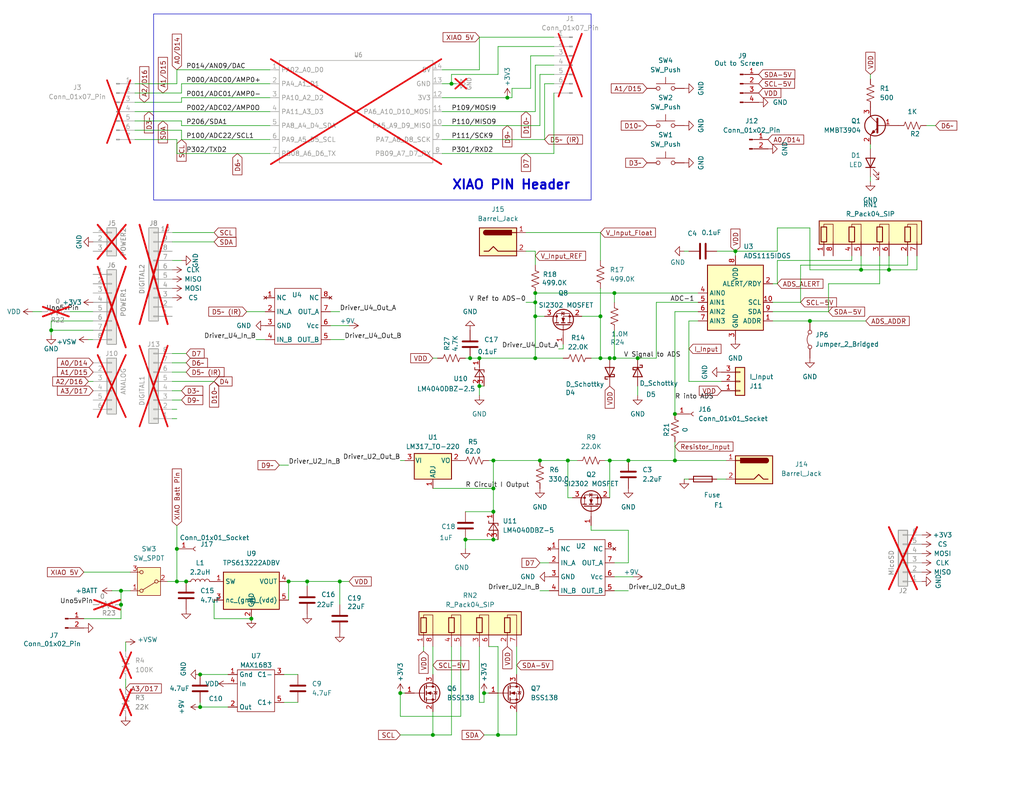
<source format=kicad_sch>
(kicad_sch (version 20250114) (generator "eeschema") (generator_version "9.0")
  (paper "USLetter")
  (title_block (title "Arduino Uno DMM Shield") (date "2025-02-22") (rev "1A") (company "Nick Mann"))
  (rectangle (start 41.91 3.81) (end 161.29 54.61))
  (text "XIAO PIN Header" (at 123.19 52.07 0) (effects (font (size 2.54 2.54) (bold yes)) (justify left bottom)))
  (junction (at 135.89 200.66))
  (junction (at 163.83 97.79))
  (junction (at 83.82 158.75))
  (junction (at 92.71 158.75))
  (junction (at 127 147.32))
  (junction (at 130.81 105.41))
  (junction (at 173.99 97.79))
  (junction (at 147.32 125.73))
  (junction (at 134.62 139.7))
  (junction (at 130.81 97.79))
  (junction (at 68.58 168.91))
  (junction (at 134.62 147.32))
  (junction (at 134.62 133.35))
  (junction (at 184.15 125.73))
  (junction (at 242.57 73.66))
  (junction (at 234.95 73.66))
  (junction (at 128.27 97.79))
  (junction (at 154.94 125.73))
  (junction (at 48.26 149.86))
  (junction (at 138.43 26.67))
  (junction (at 134.62 125.73))
  (junction (at 78.74 158.75))
  (junction (at 200.66 68.58))
  (junction (at 33.02 161.29))
  (junction (at 109.22 189.23))
  (junction (at 132.08 189.23))
  (junction (at 163.83 86.36))
  (junction (at 167.64 97.79))
  (junction (at 146.05 97.79))
  (junction (at 166.37 125.73))
  (junction (at 171.45 125.73))
  (junction (at 48.26 158.75))
  (junction (at 184.15 113.03))
  (junction (at 13.97 90.17))
  (junction (at 33.02 165.1))
  (junction (at 123.19 22.86))
  (junction (at 167.64 80.01))
  (junction (at 118.11 200.66))
  (junction (at 146.05 82.55))
  (junction (at 166.37 97.79))
  (junction (at 54.61 193.04))
  (junction (at 50.8 158.75))
  (junction (at 54.61 184.15))
  (junction (at 220.98 87.63))
  (junction (at 146.05 86.36))
  (junction (at 146.05 80.01))
  (wire (pts (xy 210.82 85.09) (xy 226.06 85.09)))
  (wire (pts (xy 83.82 158.75) (xy 83.82 160.02)))
  (wire (pts (xy 147.32 20.32) (xy 151.13 20.32)))
  (wire (pts (xy 48.26 22.86) (xy 48.26 19.05)))
  (wire (pts (xy 148.59 22.86) (xy 148.59 38.1)))
  (wire (pts (xy 237.49 48.26) (xy 237.49 49.53)))
  (wire (pts (xy 237.49 20.32) (xy 237.49 21.59)))
  (wire (pts (xy 46.99 96.52) (xy 50.8 96.52)))
  (wire (pts (xy 163.83 63.5) (xy 143.51 63.5)))
  (wire (pts (xy 120.65 38.1) (xy 148.59 38.1)))
  (wire (pts (xy 36.83 25.4) (xy 49.53 25.4)))
  (wire (pts (xy 110.49 189.23) (xy 109.22 189.23)))
  (wire (pts (xy 220.98 62.23) (xy 220.98 73.66)))
  (wire (pts (xy 140.97 200.66) (xy 140.97 194.31)))
  (wire (pts (xy 48.26 38.1) (xy 36.83 38.1)))
  (wire (pts (xy 34.29 175.26) (xy 34.29 177.8)))
  (wire (pts (xy 93.98 92.71) (xy 90.17 92.71)))
  (wire (pts (xy 139.7 24.13) (xy 144.78 24.13)))
  (wire (pts (xy 146.05 68.58) (xy 143.51 68.58)))
  (wire (pts (xy 135.89 200.66) (xy 140.97 200.66)))
  (wire (pts (xy 237.49 40.64) (xy 237.49 39.37)))
  (wire (pts (xy 13.97 90.17) (xy 13.97 91.44)))
  (wire (pts (xy 144.78 24.13) (xy 144.78 15.24)))
  (wire (pts (xy 123.19 22.86) (xy 123.19 20.32)))
  (wire (pts (xy 120.65 34.29) (xy 147.32 34.29)))
  (wire (pts (xy 133.35 189.23) (xy 132.08 189.23)))
  (wire (pts (xy 120.65 30.48) (xy 146.05 30.48)))
  (wire (pts (xy 22.86 168.91) (xy 33.02 168.91)))
  (wire (pts (xy 226.06 77.47) (xy 240.03 77.47)))
  (wire (pts (xy 46.99 66.04) (xy 58.42 66.04)))
  (wire (pts (xy 171.45 125.73) (xy 184.15 125.73)))
  (wire (pts (xy 46.99 99.06) (xy 50.8 99.06)))
  (wire (pts (xy 49.53 34.29) (xy 73.66 34.29)))
  (wire (pts (xy 13.97 90.17) (xy 25.4 90.17)))
  (wire (pts (xy 127 97.79) (xy 128.27 97.79)))
  (wire (pts (xy 140.97 176.53) (xy 140.97 184.15)))
  (wire (pts (xy 130.81 176.53) (xy 130.81 191.77)))
  (wire (pts (xy 120.65 19.05) (xy 130.81 19.05)))
  (wire (pts (xy 130.81 105.41) (xy 132.08 105.41)))
  (wire (pts (xy 161.29 144.78) (xy 161.29 143.51)))
  (wire (pts (xy 135.89 176.53) (xy 135.89 200.66)))
  (wire (pts (xy 54.61 184.15) (xy 62.23 184.15)))
  (wire (pts (xy 212.09 77.47) (xy 210.82 77.47)))
  (wire (pts (xy 118.11 133.35) (xy 134.62 133.35)))
  (wire (pts (xy 163.83 97.79) (xy 166.37 97.79)))
  (wire (pts (xy 130.81 107.95) (xy 130.81 105.41)))
  (wire (pts (xy 161.29 97.79) (xy 163.83 97.79)))
  (wire (pts (xy 49.53 22.86) (xy 73.66 22.86)))
  (wire (pts (xy 58.42 163.83) (xy 58.42 168.91)))
  (wire (pts (xy 173.99 97.79) (xy 179.07 97.79)))
  (wire (pts (xy 69.85 92.71) (xy 72.39 92.71)))
  (wire (pts (xy 138.43 26.67) (xy 120.65 26.67)))
  (wire (pts (xy 198.12 130.81) (xy 195.58 130.81)))
  (wire (pts (xy 33.02 165.1) (xy 33.02 161.29)))
  (wire (pts (xy 118.11 200.66) (xy 118.11 194.31)))
  (wire (pts (xy 242.57 73.66) (xy 242.57 69.85)))
  (wire (pts (xy 24.13 92.71) (xy 25.4 92.71)))
  (wire (pts (xy 187.96 87.63) (xy 187.96 104.14)))
  (wire (pts (xy 30.48 161.29) (xy 33.02 161.29)))
  (wire (pts (xy 49.53 25.4) (xy 49.53 22.86)))
  (wire (pts (xy 167.64 90.17) (xy 167.64 97.79)))
  (wire (pts (xy 148.59 22.86) (xy 151.13 22.86)))
  (wire (pts (xy 184.15 85.09) (xy 190.5 85.09)))
  (wire (pts (xy 48.26 158.75) (xy 50.8 158.75)))
  (wire (pts (xy 49.53 33.02) (xy 49.53 34.29)))
  (wire (pts (xy 212.09 68.58) (xy 212.09 62.23)))
  (wire (pts (xy 78.74 158.75) (xy 78.74 163.83)))
  (wire (pts (xy 163.83 86.36) (xy 163.83 97.79)))
  (wire (pts (xy 134.62 133.35) (xy 134.62 139.7)))
  (wire (pts (xy 143.51 82.55) (xy 146.05 82.55)))
  (wire (pts (xy 48.26 19.05) (xy 73.66 19.05)))
  (wire (pts (xy 58.42 168.91) (xy 68.58 168.91)))
  (wire (pts (xy 220.98 87.63) (xy 210.82 87.63)))
  (wire (pts (xy 200.66 68.58) (xy 200.66 69.85)))
  (wire (pts (xy 146.05 80.01) (xy 167.64 80.01)))
  (wire (pts (xy 46.99 101.6) (xy 50.8 101.6)))
  (wire (pts (xy 54.61 191.77) (xy 54.61 193.04)))
  (wire (pts (xy 48.26 149.86) (xy 48.26 158.75)))
  (wire (pts (xy 49.53 38.1) (xy 49.53 35.56)))
  (wire (pts (xy 184.15 120.65) (xy 184.15 125.73)))
  (wire (pts (xy 76.2 127) (xy 78.74 127)))
  (wire (pts (xy 173.99 105.41) (xy 173.99 107.95)))
  (wire (pts (xy 109.22 125.73) (xy 110.49 125.73)))
  (wire (pts (xy 166.37 97.79) (xy 167.64 97.79)))
  (wire (pts (xy 167.64 80.01) (xy 190.5 80.01)))
  (wire (pts (xy 250.19 69.85) (xy 250.19 73.66)))
  (wire (pts (xy 184.15 85.09) (xy 184.15 113.03)))
  (wire (pts (xy 200.66 68.58) (xy 195.58 68.58)))
  (wire (pts (xy 147.32 153.67) (xy 149.86 153.67)))
  (wire (pts (xy 90.17 85.09) (xy 92.71 85.09)))
  (wire (pts (xy 83.82 158.75) (xy 92.71 158.75)))
  (wire (pts (xy 13.97 87.63) (xy 13.97 90.17)))
  (wire (pts (xy 115.57 177.8) (xy 115.57 176.53)))
  (wire (pts (xy 186.69 130.81) (xy 187.96 130.81)))
  (wire (pts (xy 242.57 73.66) (xy 250.19 73.66)))
  (wire (pts (xy 92.71 158.75) (xy 95.25 158.75)))
  (wire (pts (xy 166.37 125.73) (xy 171.45 125.73)))
  (wire (pts (xy 146.05 30.48) (xy 146.05 17.78)))
  (wire (pts (xy 154.94 125.73) (xy 154.94 135.89)))
  (wire (pts (xy 153.67 95.25) (xy 153.67 93.98)))
  (wire (pts (xy 146.05 86.36) (xy 148.59 86.36)))
  (wire (pts (xy 125.73 176.53) (xy 125.73 195.58)))
  (wire (pts (xy 48.26 38.1) (xy 48.26 41.91)))
  (wire (pts (xy 92.71 158.75) (xy 92.71 165.1)))
  (wire (pts (xy 36.83 30.48) (xy 73.66 30.48)))
  (wire (pts (xy 77.47 184.15) (xy 81.28 184.15)))
  (wire (pts (xy 252.73 34.29) (xy 255.27 34.29)))
  (wire (pts (xy 54.61 193.04) (xy 62.23 193.04)))
  (wire (pts (xy 77.47 191.77) (xy 81.28 191.77)))
  (wire (pts (xy 139.7 26.67) (xy 138.43 26.67)))
  (wire (pts (xy 127 139.7) (xy 134.62 139.7)))
  (wire (pts (xy 196.85 104.14) (xy 187.96 104.14)))
  (wire (pts (xy 146.05 86.36) (xy 146.05 97.79)))
  (wire (pts (xy 132.08 200.66) (xy 135.89 200.66)))
  (wire (pts (xy 109.22 195.58) (xy 125.73 195.58)))
  (wire (pts (xy 130.81 10.16) (xy 130.81 19.05)))
  (wire (pts (xy 119.38 97.79) (xy 118.11 97.79)))
  (wire (pts (xy 187.96 68.58) (xy 186.69 68.58)))
  (wire (pts (xy 146.05 17.78) (xy 151.13 17.78)))
  (wire (pts (xy 120.65 22.86) (xy 123.19 22.86)))
  (wire (pts (xy 151.13 41.91) (xy 151.13 25.4)))
  (wire (pts (xy 167.64 82.55) (xy 167.64 80.01)))
  (wire (pts (xy 34.29 185.42) (xy 34.29 187.96)))
  (wire (pts (xy 187.96 87.63) (xy 190.5 87.63)))
  (wire (pts (xy 144.78 15.24) (xy 151.13 15.24)))
  (wire (pts (xy 48.26 143.51) (xy 48.26 149.86)))
  (wire (pts (xy 46.99 109.22) (xy 49.53 109.22)))
  (wire (pts (xy 46.99 114.3) (xy 48.26 114.3)))
  (wire (pts (xy 130.81 97.79) (xy 128.27 97.79)))
  (wire (pts (xy 123.19 20.32) (xy 135.89 20.32)))
  (wire (pts (xy 24.13 104.14) (xy 25.4 104.14)))
  (wire (pts (xy 154.94 125.73) (xy 147.32 125.73)))
  (wire (pts (xy 212.09 71.12) (xy 232.41 71.12)))
  (wire (pts (xy 49.53 38.1) (xy 73.66 38.1)))
  (wire (pts (xy 154.94 125.73) (xy 157.48 125.73)))
  (wire (pts (xy 179.07 82.55) (xy 179.07 97.79)))
  (wire (pts (xy 46.99 104.14) (xy 58.42 104.14)))
  (wire (pts (xy 46.99 111.76) (xy 48.26 111.76)))
  (wire (pts (xy 46.99 106.68) (xy 49.53 106.68)))
  (wire (pts (xy 48.26 41.91) (xy 73.66 41.91)))
  (wire (pts (xy 67.31 85.09) (xy 72.39 85.09)))
  (wire (pts (xy 133.35 176.53) (xy 135.89 176.53)))
  (wire (pts (xy 134.62 125.73) (xy 147.32 125.73)))
  (wire (pts (xy 130.81 10.16) (xy 151.13 10.16)))
  (wire (pts (xy 139.7 24.13) (xy 139.7 26.67)))
  (wire (pts (xy 218.44 72.39) (xy 247.65 72.39)))
  (wire (pts (xy 163.83 63.5) (xy 163.83 71.12)))
  (wire (pts (xy 33.02 168.91) (xy 33.02 165.1)))
  (wire (pts (xy 118.11 176.53) (xy 118.11 184.15)))
  (wire (pts (xy 118.11 200.66) (xy 109.22 200.66)))
  (wire (pts (xy 25.4 87.63) (xy 13.97 87.63)))
  (wire (pts (xy 158.75 86.36) (xy 163.83 86.36)))
  (wire (pts (xy 236.22 87.63) (xy 220.98 87.63)))
  (wire (pts (xy 46.99 71.12) (xy 49.53 71.12)))
  (wire (pts (xy 165.1 125.73) (xy 166.37 125.73)))
  (wire (pts (xy 146.05 80.01) (xy 146.05 82.55)))
  (wire (pts (xy 220.98 73.66) (xy 234.95 73.66)))
  (wire (pts (xy 120.65 41.91) (xy 151.13 41.91)))
  (wire (pts (xy 36.83 33.02) (xy 49.53 33.02)))
  (wire (pts (xy 49.53 26.67) (xy 73.66 26.67)))
  (wire (pts (xy 226.06 77.47) (xy 226.06 85.09)))
  (wire (pts (xy 161.29 144.78) (xy 171.45 144.78)))
  (wire (pts (xy 146.05 82.55) (xy 146.05 86.36)))
  (wire (pts (xy 49.53 27.94) (xy 49.53 26.67)))
  (wire (pts (xy 36.83 35.56) (xy 49.53 35.56)))
  (wire (pts (xy 22.86 156.21) (xy 35.56 156.21)))
  (wire (pts (xy 8.89 85.09) (xy 11.43 85.09)))
  (wire (pts (xy 127 147.32) (xy 134.62 147.32)))
  (wire (pts (xy 212.09 71.12) (xy 212.09 77.47)))
  (wire (pts (xy 109.22 189.23) (xy 109.22 195.58)))
  (wire (pts (xy 147.32 20.32) (xy 147.32 34.29)))
  (wire (pts (xy 234.95 69.85) (xy 234.95 73.66)))
  (wire (pts (xy 171.45 144.78) (xy 171.45 153.67)))
  (wire (pts (xy 154.94 135.89) (xy 156.21 135.89)))
  (wire (pts (xy 123.19 200.66) (xy 118.11 200.66)))
  (wire (pts (xy 167.64 97.79) (xy 173.99 97.79)))
  (wire (pts (xy 166.37 125.73) (xy 166.37 135.89)))
  (wire (pts (xy 179.07 82.55) (xy 190.5 82.55)))
  (wire (pts (xy 123.19 176.53) (xy 123.19 200.66)))
  (wire (pts (xy 146.05 68.58) (xy 146.05 72.39)))
  (wire (pts (xy 130.81 191.77) (xy 132.08 191.77)))
  (wire (pts (xy 19.05 85.09) (xy 25.4 85.09)))
  (wire (pts (xy 134.62 133.35) (xy 134.62 125.73)))
  (wire (pts (xy 45.72 158.75) (xy 48.26 158.75)))
  (wire (pts (xy 171.45 161.29) (xy 167.64 161.29)))
  (wire (pts (xy 135.89 20.32) (xy 135.89 12.7)))
  (wire (pts (xy 172.72 157.48) (xy 167.64 157.48)))
  (wire (pts (xy 171.45 153.67) (xy 167.64 153.67)))
  (wire (pts (xy 132.08 189.23) (xy 132.08 191.77)))
  (wire (pts (xy 146.05 97.79) (xy 153.67 97.79)))
  (wire (pts (xy 200.66 68.58) (xy 212.09 68.58)))
  (wire (pts (xy 78.74 158.75) (xy 83.82 158.75)))
  (wire (pts (xy 218.44 72.39) (xy 218.44 82.55)))
  (wire (pts (xy 135.89 12.7) (xy 151.13 12.7)))
  (wire (pts (xy 232.41 71.12) (xy 232.41 69.85)))
  (wire (pts (xy 247.65 72.39) (xy 247.65 69.85)))
  (wire (pts (xy 123.19 22.86) (xy 124.46 22.86)))
  (wire (pts (xy 163.83 78.74) (xy 163.83 86.36)))
  (wire (pts (xy 184.15 125.73) (xy 198.12 125.73)))
  (wire (pts (xy 130.81 97.79) (xy 146.05 97.79)))
  (wire (pts (xy 95.25 88.9) (xy 90.17 88.9)))
  (wire (pts (xy 134.62 147.32) (xy 135.89 147.32)))
  (wire (pts (xy 33.02 161.29) (xy 35.56 161.29)))
  (wire (pts (xy 212.09 62.23) (xy 220.98 62.23)))
  (wire (pts (xy 240.03 69.85) (xy 240.03 77.47)))
  (wire (pts (xy 210.82 82.55) (xy 218.44 82.55)))
  (wire (pts (xy 36.83 22.86) (xy 48.26 22.86)))
  (wire (pts (xy 127 149.86) (xy 127 147.32)))
  (wire (pts (xy 234.95 73.66) (xy 242.57 73.66)))
  (wire (pts (xy 152.4 95.25) (xy 153.67 95.25)))
  (wire (pts (xy 36.83 27.94) (xy 49.53 27.94)))
  (wire (pts (xy 46.99 63.5) (xy 58.42 63.5)))
  (wire (pts (xy 147.32 161.29) (xy 149.86 161.29)))
  (wire (pts (xy 134.62 125.73) (xy 133.35 125.73)))
  (label "P000{slash}ADC00{slash}AMP0+" (at 50.8 22.86 0))
  (label "P109{slash}MOSI9" (at 123.19 30.48 0))
  (label "R Circuit I Output" (at 127 133.35 0))
  (label "Driver_U4_Out_A" (at 92.71 85.09 0))
  (label "Driver_U2_Out_B" (at 109.22 125.73 180))
  (label "V Ref to ADS-0" (at 143.51 82.55 180))
  (label "Driver_U2_In_B" (at 78.74 127 0))
  (label "Driver_U4_Out_B" (at 93.98 92.71 0))
  (label "V Signal to ADS" (at 170.18 97.79 0))
  (label "R into ADS" (at 184.15 109.22 0))
  (label "P301{slash}RXD2" (at 123.19 41.91 0))
  (label "Driver_U2_Out_B" (at 171.45 161.29 0))
  (label "P302{slash}TXD2" (at 50.8 41.91 0))
  (label "ADC-1" (at 182.88 82.55 0))
  (label "P206{slash}SDA1" (at 50.8 34.29 0))
  (label "P100{slash}ADC22{slash}SCL1" (at 50.8 38.1 0))
  (label "P001{slash}ADC01{slash}AMP0-" (at 50.8 26.67 0))
  (label "P110{slash}MISO9" (at 123.19 34.29 0))
  (label "Uno5vPin" (at 25.4 165.1 180))
  (label "P111{slash}SCK9" (at 123.19 38.1 0))
  (label "Driver_U4_In_B" (at 69.85 92.71 180))
  (label "P014{slash}AN09{slash}DAC" (at 50.8 19.05 0))
  (label "Driver_U2_In_B" (at 147.32 161.29 180))
  (label "Driver_U4_Out_A" (at 152.4 95.25 180))
  (label "Uno5vPin" (at 21.59 85.09 180))
  (label "P002{slash}ADC02{slash}AMP0O" (at 50.8 30.48 0))
  (global_label "A0{slash}D14" (shape input) (at 25.4 99.06 180) (property "Intersheetrefs" "${INTERSHEET_REFS}" (effects (hide yes))))
  (global_label "I_Input" (shape input) (at 187.96 95.25 0) (property "Intersheetrefs" "${INTERSHEET_REFS}" (effects (hide yes))))
  (global_label "D5~ (IR)" (shape input) (at 67.31 85.09 180) (property "Intersheetrefs" "${INTERSHEET_REFS}" (effects (hide yes))))
  (global_label "VDD" (shape input) (at 207.01 25.4 0) (property "Intersheetrefs" "${INTERSHEET_REFS}" (effects (hide yes))))
  (global_label "VDD" (shape input) (at 115.57 177.8 270) (property "Intersheetrefs" "${INTERSHEET_REFS}" (effects (hide yes))))
  (global_label "SCL" (shape input) (at 49.53 38.1 270) (property "Intersheetrefs" "${INTERSHEET_REFS}" (effects (hide yes))))
  (global_label "A2{slash}D16" (shape input) (at 39.37 27.94 90) (property "Intersheetrefs" "${INTERSHEET_REFS}" (effects (hide yes))))
  (global_label "SDA" (shape input) (at 132.08 200.66 180) (property "Intersheetrefs" "${INTERSHEET_REFS}" (effects (hide yes))))
  (global_label "D9~" (shape input) (at 49.53 109.22 0) (property "Intersheetrefs" "${INTERSHEET_REFS}" (effects (hide yes))))
  (global_label "VDD" (shape input) (at 196.85 106.68 180) (property "Intersheetrefs" "${INTERSHEET_REFS}" (effects (hide yes))))
  (global_label "XIAO 5V" (shape input) (at 22.86 156.21 180) (property "Intersheetrefs" "${INTERSHEET_REFS}" (effects (hide yes))))
  (global_label "D6~" (shape input) (at 50.8 99.06 0) (property "Intersheetrefs" "${INTERSHEET_REFS}" (effects (hide yes))))
  (global_label "ADS_ALERT" (shape input) (at 212.09 77.47 0) (property "Intersheetrefs" "${INTERSHEET_REFS}" (effects (hide yes))))
  (global_label "A0{slash}D14" (shape input) (at 48.26 19.05 90) (property "Intersheetrefs" "${INTERSHEET_REFS}" (effects (hide yes))))
  (global_label "D7" (shape input) (at 143.51 41.91 270) (property "Intersheetrefs" "${INTERSHEET_REFS}" (effects (hide yes))))
  (global_label "XIAO 5V" (shape input) (at 130.81 10.16 180) (property "Intersheetrefs" "${INTERSHEET_REFS}" (effects (hide yes))))
  (global_label "A2{slash}D16" (shape input) (at 24.13 104.14 180) (property "Intersheetrefs" "${INTERSHEET_REFS}" (effects (hide yes))))
  (global_label "VDD" (shape input) (at 95.25 158.75 0) (property "Intersheetrefs" "${INTERSHEET_REFS}" (effects (hide yes))))
  (global_label "D6~" (shape input) (at 255.27 34.29 0) (property "Intersheetrefs" "${INTERSHEET_REFS}" (effects (hide yes))))
  (global_label "SCL-5V" (shape input) (at 118.11 181.61 0) (property "Intersheetrefs" "${INTERSHEET_REFS}" (effects (hide yes))))
  (global_label "D4" (shape input) (at 58.42 104.14 0) (property "Intersheetrefs" "${INTERSHEET_REFS}" (effects (hide yes))))
  (global_label "VDD" (shape input) (at 166.37 105.41 270) (property "Intersheetrefs" "${INTERSHEET_REFS}" (effects (hide yes))))
  (global_label "D10~" (shape input) (at 176.53 34.29 180) (property "Intersheetrefs" "${INTERSHEET_REFS}" (effects (hide yes))))
  (global_label "D7" (shape input) (at 50.8 96.52 0) (property "Intersheetrefs" "${INTERSHEET_REFS}" (effects (hide yes))))
  (global_label "A1{slash}D15" (shape input) (at 176.53 24.13 180) (property "Intersheetrefs" "${INTERSHEET_REFS}" (effects (hide yes))))
  (global_label "Resistor_Input" (shape input) (at 184.15 121.92 0) (property "Intersheetrefs" "${INTERSHEET_REFS}" (effects (hide yes))))
  (global_label "SDA-5V" (shape input) (at 140.97 181.61 0) (property "Intersheetrefs" "${INTERSHEET_REFS}" (effects (hide yes))))
  (global_label "V_Input_Float" (shape input) (at 163.83 63.5 0) (property "Intersheetrefs" "${INTERSHEET_REFS}" (effects (hide yes))))
  (global_label "D7" (shape input) (at 147.32 153.67 180) (property "Intersheetrefs" "${INTERSHEET_REFS}" (effects (hide yes))))
  (global_label "A3{slash}D17" (shape input) (at 34.29 187.96 0) (property "Intersheetrefs" "${INTERSHEET_REFS}" (effects (hide yes))))
  (global_label "D3~" (shape input) (at 176.53 44.45 180) (property "Intersheetrefs" "${INTERSHEET_REFS}" (effects (hide yes))))
  (global_label "A3{slash}D17" (shape input) (at 25.4 106.68 180) (property "Intersheetrefs" "${INTERSHEET_REFS}" (effects (hide yes))))
  (global_label "VDD" (shape input) (at 237.49 20.32 90) (property "Intersheetrefs" "${INTERSHEET_REFS}" (effects (hide yes))))
  (global_label "SDA-5V" (shape input) (at 207.01 20.32 0) (property "Intersheetrefs" "${INTERSHEET_REFS}" (effects (hide yes))))
  (global_label "V_Input_REF" (shape input) (at 146.05 69.85 0) (property "Intersheetrefs" "${INTERSHEET_REFS}" (effects (hide yes))))
  (global_label "ADS_ADDR" (shape input) (at 236.22 87.63 0) (property "Intersheetrefs" "${INTERSHEET_REFS}" (effects (hide yes))))
  (global_label "D5~ (IR)" (shape input) (at 50.8 101.6 0) (property "Intersheetrefs" "${INTERSHEET_REFS}" (effects (hide yes))))
  (global_label "A0{slash}D14" (shape input) (at 209.55 38.1 0) (property "Intersheetrefs" "${INTERSHEET_REFS}" (effects (hide yes))))
  (global_label "A1{slash}D15" (shape input) (at 44.45 25.4 90) (property "Intersheetrefs" "${INTERSHEET_REFS}" (effects (hide yes))))
  (global_label "A1{slash}D15" (shape input) (at 25.4 101.6 180) (property "Intersheetrefs" "${INTERSHEET_REFS}" (effects (hide yes))))
  (global_label "D9~" (shape input) (at 138.43 34.29 270) (property "Intersheetrefs" "${INTERSHEET_REFS}" (effects (hide yes))))
  (global_label "SCL" (shape input) (at 58.42 63.5 0) (property "Intersheetrefs" "${INTERSHEET_REFS}" (effects (hide yes))))
  (global_label "SDA" (shape input) (at 58.42 66.04 0) (property "Intersheetrefs" "${INTERSHEET_REFS}" (effects (hide yes))))
  (global_label "SDA" (shape input) (at 44.45 33.02 270) (property "Intersheetrefs" "${INTERSHEET_REFS}" (effects (hide yes))))
  (global_label "D3~" (shape input) (at 40.64 30.48 270) (property "Intersheetrefs" "${INTERSHEET_REFS}" (effects (hide yes))))
  (global_label "SCL" (shape input) (at 109.22 200.66 180) (property "Intersheetrefs" "${INTERSHEET_REFS}" (effects (hide yes))))
  (global_label "VDD" (shape input) (at 138.43 176.53 270) (property "Intersheetrefs" "${INTERSHEET_REFS}" (effects (hide yes))))
  (global_label "D10~" (shape input) (at 58.42 104.14 270) (property "Intersheetrefs" "${INTERSHEET_REFS}" (effects (hide yes))))
  (global_label "VDD" (shape input) (at 200.66 68.58 90) (property "Intersheetrefs" "${INTERSHEET_REFS}" (effects (hide yes))))
  (global_label "D6~" (shape input) (at 64.77 41.91 270) (property "Intersheetrefs" "${INTERSHEET_REFS}" (effects (hide yes))))
  (global_label "XIAO Batt Pin" (shape input) (at 48.26 143.51 90) (property "Intersheetrefs" "${INTERSHEET_REFS}" (effects (hide yes))))
  (global_label "D10~" (shape input) (at 143.51 30.48 270) (property "Intersheetrefs" "${INTERSHEET_REFS}" (effects (hide yes))))
  (global_label "SCL-5V" (shape input) (at 207.01 22.86 0) (property "Intersheetrefs" "${INTERSHEET_REFS}" (effects (hide yes))))
  (global_label "SCL-5V" (shape input) (at 218.44 82.55 0) (property "Intersheetrefs" "${INTERSHEET_REFS}" (effects (hide yes))))
  (global_label "D3~" (shape input) (at 49.53 106.68 0) (property "Intersheetrefs" "${INTERSHEET_REFS}" (effects (hide yes))))
  (global_label "D5~ (IR)" (shape input) (at 148.59 38.1 0) (property "Intersheetrefs" "${INTERSHEET_REFS}" (effects (hide yes))))
  (global_label "VDD" (shape input) (at 118.11 97.79 180) (property "Intersheetrefs" "${INTERSHEET_REFS}" (effects (hide yes))))
  (global_label "SDA-5V" (shape input) (at 226.06 85.09 0) (property "Intersheetrefs" "${INTERSHEET_REFS}" (effects (hide yes))))
  (global_label "D9~" (shape input) (at 76.2 127 180) (property "Intersheetrefs" "${INTERSHEET_REFS}" (effects (hide yes))))
  (symbol (lib_id "Transistor_FET:BSS138") (at 115.57 189.23 0) (unit 1)
    (property "Reference" "Q6" (at 121.92 187.9599 0) (effects (justify left)))
    (property "Value" "BSS138" (at 121.92 190.4999 0) (effects (justify left)))
    (property "Footprint" "Package_TO_SOT_SMD:SOT-23" (effects (hide yes)))
    (property "Datasheet" "https://www.onsemi.com/pub/Collateral/BSS138-D.PDF" (effects (hide yes)))
    (property "Description" "50V Vds, 0.22A Id, N-Channel MOSFET, SOT-23" (effects (hide yes)))
  )
  (symbol (lib_name "+BATT_1") (lib_id "power:+BATT") (at 30.48 161.29 90) (unit 1)
    (property "Reference" "#PWR063" (effects (hide yes)))
    (property "Value" "+BATT" (at 26.67 161.2901 90) (effects (justify left)))
    (property "Description" "Power symbol creates a global label with name \"+BATT\"" (effects (hide yes)))
  )
  (symbol (lib_id "Device:C") (at 54.61 187.96 0) (unit 1)
    (property "Reference" "C10" (at 56.896 190.754 0) (effects (justify left)))
    (property "Value" "4.7uF" (at 46.228 187.96 0) (effects (justify left)))
    (property "Footprint" "Capacitor_SMD:C_0805_2012Metric_Pad1.18x1.45mm_HandSolder" (effects (hide yes)))
    (property "Description" "Unpolarized capacitor" (effects (hide yes)))
    (property "Function" "Charge Pump" (effects (hide yes)))
  )
  (symbol (lib_id "power:+3.3V") (at 251.46 148.59 270) (unit 1)
    (property "Reference" "#PWR076" (effects (hide yes)))
    (property "Value" "CS" (at 257.175 148.59 90))
  )
  (symbol (lib_id "Device:R_US") (at 172.72 234.95 180) (unit 1) (on_board no) (dnp yes)
    (property "Reference" "R19" (at 170.688 236.22 0) (effects (justify left)))
    (property "Value" "10K" (at 170.942 233.934 0) (effects (justify left)))
    (property "Footprint" "Resistor_SMD:R_0805_2012Metric_Pad1.20x1.40mm_HandSolder" (effects (hide yes)))
    (property "Description" "Resistor, US symbol" (effects (hide yes)))
    (property "ValueTemp" "5K" (effects (hide yes)))
    (property "Function" "Current Limit" (effects (hide yes)))
  )
  (symbol (lib_id "power:+9V") (at 54.61 193.04 90) (unit 1)
    (property "Reference" "#PWR036" (effects (hide yes)))
    (property "Value" "+9V" (at 49.53 193.04 0))
    (property "Description" "Power symbol creates a global label with name \"+9V\"" (effects (hide yes)))
  )
  (symbol (lib_id "Transistor_FET:DMG2302U") (at 153.67 88.9 90) (unit 1)
    (property "Reference" "Q8" (at 153.67 80.01 90))
    (property "Value" "SI2302 MOSFET" (at 154.432 83.312 90))
    (property "Footprint" "Package_TO_SOT_SMD:SOT-23" (effects (hide yes)))
    (property "Datasheet" "http://www.diodes.com/assets/Datasheets/DMG2302U.pdf" (effects (hide yes)))
    (property "Description" "4.2A Id, 20V Vds, N-Channel MOSFET, SOT-23" (effects (hide yes)))
    (property "Function" "R Circuit Range Switch" (effects (hide yes)))
  )
  (symbol (lib_id "Transistor_FET:DMG2302U") (at 161.29 138.43 90) (unit 1)
    (property "Reference" "Q2" (at 161.29 129.54 90))
    (property "Value" "SI2302 MOSFET" (at 161.29 132.08 90))
    (property "Footprint" "Package_TO_SOT_SMD:SOT-23" (effects (hide yes)))
    (property "Datasheet" "http://www.diodes.com/assets/Datasheets/DMG2302U.pdf" (effects (hide yes)))
    (property "Description" "4.2A Id, 20V Vds, N-Channel MOSFET, SOT-23" (effects (hide yes)))
    (property "Function" "R Circuit Range Switch" (effects (hide yes)))
  )
  (symbol (lib_id "Connector:Conn_01x07_Pin") (at 156.21 17.78 0) (mirror y) (unit 1) (dnp yes)
    (property "Reference" "J1" (at 155.575 5.08 0))
    (property "Value" "Conn_01x07_Pin" (at 155.575 7.62 0))
    (property "Footprint" "Connector_PinSocket_2.54mm:PinSocket_1x07_P2.54mm_Vertical" (effects (hide yes)))
    (property "Description" "Generic connector, single row, 01x07, script generated" (effects (hide yes)))
  )
  (symbol (lib_id "power:+3.3V") (at 25.4 82.55 90) (unit 1)
    (property "Reference" "#PWR021" (effects (hide yes)))
    (property "Value" "+3V3" (at 19.685 82.55 90))
  )
  (symbol (lib_id "Device:R_US") (at 15.24 85.09 90) (unit 1) (dnp yes)
    (property "Reference" "R22" (at 15.748 87.376 90))
    (property "Value" "0" (at 15.748 82.296 90))
    (property "Footprint" "Resistor_SMD:R_0805_2012Metric_Pad1.20x1.40mm_HandSolder" (effects (hide yes)))
    (property "Description" "Resistor, US symbol" (effects (hide yes)))
    (property "Function" "BJTCurrentLimit1" (effects (hide yes)))
  )
  (symbol (lib_id "Analog_ADC:ADS1115IDGS") (at 200.66 82.55 0) (unit 1)
    (property "Reference" "U3" (at 202.8541 67.31 0) (effects (justify left)))
    (property "Value" "ADS1115IDGS" (at 202.8541 69.85 0) (effects (justify left)))
    (property "Footprint" "Package_SO:TSSOP-10_3x3mm_P0.5mm" (effects (hide yes)))
    (property "Datasheet" "http://www.ti.com/lit/ds/symlink/ads1113.pdf" (effects (hide yes)))
    (property "Description" "Ultra-Small, Low-Power, I2C-Compatible, 860-SPS, 16-Bit ADCs With Internal Reference, Oscillator, and Programmable Comparator, VSSOP-10" (effects (hide yes)))
    (property "ValueTemp" "ADS1115IDGS" (effects (hide yes)))
  )
  (symbol (lib_id "Device:C") (at 50.8 162.56 0) (unit 1)
    (property "Reference" "C15" (at 54.61 161.2899 0) (effects (justify left)))
    (property "Value" "4.7uF" (at 54.61 163.8299 0) (effects (justify left)))
    (property "Footprint" "Capacitor_SMD:C_0805_2012Metric_Pad1.18x1.45mm_HandSolder" (effects (hide yes)))
    (property "Description" "Unpolarized capacitor" (effects (hide yes)))
    (property "Function" "Boost Circuit Input" (effects (hide yes)))
  )
  (symbol (lib_id "Device:Fuse") (at 191.77 130.81 270) (mirror x) (unit 1)
    (property "Reference" "F1" (at 196.088 137.922 90))
    (property "Value" "Fuse" (at 194.31 135.128 90))
    (property "Footprint" "Fuse:Fuse_1206_3216Metric_Pad1.42x1.75mm_HandSolder" (effects (hide yes)))
    (property "Description" "Fuse" (effects (hide yes)))
    (property "Function" "Dead Short Protection" (effects (hide yes)))
  )
  (symbol (lib_id "Connector_Generic:Conn_01x10") (at 41.91 76.2 180) (unit 1) (dnp yes)
    (property "Reference" "J8" (at 41.91 60.96 0))
    (property "Value" "DIGITAL2" (at 38.735 76.2 90))
    (property "Footprint" "Library:PinHeader_1x10_P2.54mm_Vertical_NoBox" (effects (hide yes)))
    (property "ValueTemp" "DIGITAL2" (effects (hide yes)))
  )
  (symbol (lib_id "Reference_Voltage:LM4040DBZ-5") (at 134.62 143.51 90) (unit 1)
    (property "Reference" "U11" (at 137.16 142.2399 90) (effects (justify right)))
    (property "Value" "LM4040DBZ-5" (at 137.16 144.7799 90) (effects (justify right)))
    (property "Footprint" "Package_TO_SOT_SMD:SOT-23" (effects (hide yes)))
    (property "Datasheet" "http://www.ti.com/lit/ds/symlink/lm4040-n.pdf" (effects (hide yes)))
    (property "Description" "5.000V Precision Micropower Shunt Voltage Reference, SOT-23" (effects (hide yes)))
    (property "Function" "R Circuit Reference" (effects (hide yes)))
  )
  (symbol (lib_id "power:+3.3V") (at 46.99 78.74 270) (unit 1)
    (property "Reference" "#PWR02" (effects (hide yes)))
    (property "Value" "MOSI" (at 52.705 78.74 90))
  )
  (symbol (lib_id "power:GND") (at 13.97 91.44 0) (unit 1)
    (property "Reference" "#PWR018" (effects (hide yes)))
    (property "Value" "GND" (at 13.97 95.25 0))
  )
  (symbol (lib_id "power:+VSW") (at 24.13 92.71 90) (unit 1)
    (property "Reference" "#PWR019" (effects (hide yes)))
    (property "Value" "+VSW" (at 20.955 93.345 90) (effects (justify left)))
  )
  (symbol (lib_id "Connector:Conn_01x02_Pin") (at 17.78 168.91 0) (unit 1)
    (property "Reference" "J7" (at 14.732 173.482 0))
    (property "Value" "Conn_01x02_Pin" (at 14.224 175.768 0))
    (property "Footprint" "Connector_PinSocket_2.54mm:PinSocket_1x02_P2.54mm_Vertical" (effects (hide yes)))
    (property "Description" "Generic connector, single row, 01x02, script generated" (effects (hide yes)))
  )
  (symbol (lib_id "power:GND") (at 68.58 168.91 0) (unit 1)
    (property "Reference" "#PWR029" (effects (hide yes)))
    (property "Value" "GND" (effects (hide yes)))
    (property "Description" "Power symbol creates a global label with name \"GND\" , ground" (effects (hide yes)))
  )
  (symbol (lib_id "power:GND") (at 127 149.86 0) (unit 1)
    (property "Reference" "#PWR042" (effects (hide yes)))
    (property "Value" "GND" (at 125.984 154.94 0))
    (property "Description" "Power symbol creates a global label with name \"GND\" , ground" (effects (hide yes)))
  )
  (symbol (lib_id "Device:R_US") (at 163.83 74.93 0) (unit 1)
    (property "Reference" "R17" (at 166.37 73.6599 0) (effects (justify left)))
    (property "Value" "499.0K" (at 166.37 76.1999 0) (effects (justify left)))
    (property "Footprint" "Resistor_SMD:R_0805_2012Metric_Pad1.20x1.40mm_HandSolder" (effects (hide yes)))
    (property "Description" "Resistor, US symbol" (effects (hide yes)))
    (property "ValueTemp" "75K" (effects (hide yes)))
    (property "Function" "V Signal Divider" (effects (hide yes)))
  )
  (symbol (lib_id "power:GND") (at 92.71 172.72 0) (unit 1)
    (property "Reference" "#PWR082" (effects (hide yes)))
    (property "Value" "GND" (effects (hide yes)))
    (property "Description" "Power symbol creates a global label with name \"GND\" , ground" (effects (hide yes)))
  )
  (symbol (lib_id "Device:R_US") (at 123.19 97.79 90) (unit 1)
    (property "Reference" "R27" (at 121.92 95.758 0) (effects (justify left)))
    (property "Value" "4.7K" (at 124.206 96.012 0) (effects (justify left)))
    (property "Footprint" "Resistor_SMD:R_0805_2012Metric_Pad1.20x1.40mm_HandSolder" (effects (hide yes)))
    (property "Description" "Resistor, US symbol" (effects (hide yes)))
    (property "ValueTemp" "5K" (effects (hide yes)))
    (property "Function" "Current Limit" (effects (hide yes)))
  )
  (symbol (lib_id "power:GND") (at 171.45 133.35 0) (unit 1)
    (property "Reference" "#PWR047" (effects (hide yes)))
    (property "Value" "GND" (at 171.45 138.43 0))
    (property "Description" "Power symbol creates a global label with name \"GND\" , ground" (effects (hide yes)))
  )
  (symbol (lib_id "Connector:Conn_01x04_Pin") (at 201.93 22.86 0) (unit 1)
    (property "Reference" "J9" (at 202.565 15.24 0))
    (property "Value" "Out to Screen" (at 201.676 17.272 0))
    (property "Footprint" "Connector_PinSocket_2.54mm:PinSocket_1x04_P2.54mm_Vertical" (effects (hide yes)))
    (property "Description" "Generic connector, single row, 01x04, script generated" (effects (hide yes)))
    (property "ValueTemp" "Out to Screen" (effects (hide yes)))
  )
  (symbol (lib_id "Device:D_Schottky") (at 173.99 101.6 270) (unit 1)
    (property "Reference" "D5" (at 176.276 107.696 90) (effects (justify left)))
    (property "Value" "D_Schottky" (at 174.498 104.648 90) (effects (justify left)))
    (property "Footprint" "Diode_SMD:D_SOD-123" (effects (hide yes)))
    (property "Description" "Schottky diode" (effects (hide yes)))
    (property "Function" "Overvoltage Proection" (effects (hide yes)))
  )
  (symbol (lib_id "Switch:SW_Push") (at 181.61 44.45 0) (unit 1)
    (property "Reference" "SW1" (at 181.61 36.83 0))
    (property "Value" "SW_Push" (at 181.61 39.37 0))
    (property "Footprint" "Button_Switch_SMD:SW_SPST_CK_RS282G05A3" (effects (hide yes)))
    (property "Description" "Push button switch, generic, two pins" (effects (hide yes)))
    (property "ValueTemp" "SW_Push" (effects (hide yes)))
  )
  (symbol (lib_id "power:GND") (at 209.55 40.64 90) (unit 1)
    (property "Reference" "#PWR044" (effects (hide yes)))
    (property "Value" "GND" (at 214.122 40.64 0))
    (property "Description" "Power symbol creates a global label with name \"GND\" , ground" (effects (hide yes)))
  )
  (symbol (lib_id "power:+5V") (at 62.23 186.69 90) (unit 1)
    (property "Reference" "#PWR039" (effects (hide yes)))
    (property "Value" "VDD" (at 57.912 186.69 90))
  )
  (symbol (lib_id "Connector_Generic:Conn_01x06") (at 246.38 153.67 180) (unit 1) (dnp yes)
    (property "Reference" "J2" (at 246.38 161.29 0))
    (property "Value" "MicoSD" (at 243.205 153.67 90))
    (property "Footprint" "Connector_PinSocket_2.54mm:PinSocket_1x06_P2.54mm_Vertical" (effects (hide yes)))
  )
  (symbol (lib_id "power:GND") (at 186.69 44.45 90) (unit 1)
    (property "Reference" "#PWR024" (effects (hide yes)))
    (property "Value" "GND" (at 191.262 44.45 0))
    (property "Description" "Power symbol creates a global label with name \"GND\" , ground" (effects (hide yes)))
  )
  (symbol (lib_id "Connector_Generic:Conn_01x06") (at 30.48 104.14 0) (unit 1) (dnp yes)
    (property "Reference" "J10" (at 30.48 96.52 0))
    (property "Value" "ANALOG" (at 33.655 104.14 90))
    (property "Footprint" "Library:PinHeader_1x06_P2.54mm_Vertical_NoBox" (effects (hide yes)))
    (property "ValueTemp" "ANALOG" (effects (hide yes)))
  )
  (symbol (lib_id "power:GND") (at 54.61 184.15 270) (unit 1)
    (property "Reference" "#PWR037" (effects (hide yes)))
    (property "Value" "GND" (at 50.038 182.626 0))
    (property "Description" "Power symbol creates a global label with name \"GND\" , ground" (effects (hide yes)))
  )
  (symbol (lib_id "Device:R_Pack04_SIP") (at 237.49 64.77 0) (unit 1)
    (property "Reference" "RN1" (at 237.49 55.88 0))
    (property "Value" "R_Pack04_SIP" (at 237.49 58.42 0))
    (property "Footprint" "Resistor_SMD:R_Array_Convex_4x1206" (effects (hide yes)))
    (property "Datasheet" "http://www.vishay.com/docs/31509/csc.pdf" (effects (hide yes)))
    (property "Description" "4 resistor network, parallel topology, SIP package" (effects (hide yes)))
  )
  (symbol (lib_id "power:GND") (at 83.82 167.64 0) (unit 1)
    (property "Reference" "#PWR010" (effects (hide yes)))
    (property "Value" "GND" (effects (hide yes)))
    (property "Description" "Power symbol creates a global label with name \"GND\" , ground" (effects (hide yes)))
  )
  (symbol (lib_id "Seeed_libdb:Module/XIAO-HALF-HOLE") (at 97.79 30.48 0) (unit 1) (on_board no) (dnp yes)
    (property "Reference" "U6" (at 97.79 14.986 0) (effects (font (size 1.27 1.0795))))
    (property "Value" "~" (at 97.155 15.24 0) (effects (font (size 1.27 1.0795))))
    (property "SKU" "XIAO-HALF-HOLE" (effects (hide yes)))
  )
  (symbol (lib_id "power:GND") (at 147.32 133.35 0) (unit 1)
    (property "Reference" "#PWR035" (effects (hide yes)))
    (property "Value" "GND" (at 147.32 138.43 0))
    (property "Description" "Power symbol creates a global label with name \"GND\" , ground" (effects (hide yes)))
  )
  (symbol (lib_id "power:+3.3V") (at 251.46 151.13 270) (unit 1)
    (property "Reference" "#PWR077" (effects (hide yes)))
    (property "Value" "MOSI" (at 257.175 151.13 90))
  )
  (symbol (lib_id "MIC4801:MAX1683") (at 63.5 189.23 0) (unit 1)
    (property "Reference" "U7" (at 69.85 179.07 0))
    (property "Value" "MAX1683" (at 69.85 181.61 0))
    (property "Footprint" "Package_TO_SOT_SMD:SOT-23-5_HandSoldering" (effects (hide yes)))
    (property "Datasheet" "https://www.analog.com/media/en/technical-documentation/data-sheets/MAX1682-MAX1683.pdf" (effects (hide yes)))
    (property "Description" "IC REG CHARGE PUMP 2VIN SOT23-5" (effects (hide yes)))
    (property "Function" "Voltage Doubler" (effects (hide yes)))
  )
  (symbol (lib_id "power:+VSW") (at 34.29 175.26 270) (unit 1)
    (property "Reference" "#PWR028" (effects (hide yes)))
    (property "Value" "+VSW" (at 37.465 174.625 90) (effects (justify left)))
  )
  (symbol (lib_id "power:+3.3V") (at 251.46 156.21 270) (unit 1)
    (property "Reference" "#PWR079" (effects (hide yes)))
    (property "Value" "MISO" (at 257.175 156.21 90))
  )
  (symbol (lib_id "power:GND") (at 207.01 27.94 90) (unit 1)
    (property "Reference" "#PWR041" (effects (hide yes)))
    (property "Value" "GND" (at 210.82 27.9399 90) (effects (justify right)))
    (property "Description" "Power symbol creates a global label with name \"GND\" , ground" (effects (hide yes)))
  )
  (symbol (lib_id "Connector:Barrel_Jack") (at 135.89 66.04 0) (unit 1)
    (property "Reference" "J15" (at 135.89 57.15 0))
    (property "Value" "Barrel_Jack" (at 135.89 59.69 0))
    (property "Footprint" "Connector_BarrelJack:BarrelJack_Horizontal" (effects (hide yes)))
    (property "Description" "DC Barrel Jack" (effects (hide yes)))
    (property "ValueTemp" "Barrel_Jack" (effects (hide yes)))
  )
  (symbol (lib_id "Connector_Generic:Conn_01x08") (at 30.48 82.55 0) (unit 1) (dnp yes)
    (property "Reference" "J6" (at 29.21 72.39 0) (effects (justify left)))
    (property "Value" "POWER1" (at 33.655 82.55 90))
    (property "Footprint" "Library:PinHeader_1x08_P2.54mm_Vertical_NoBox" (effects (hide yes)))
    (property "ValueTemp" "POWER1" (effects (hide yes)))
  )
  (symbol (lib_id "Device:R_US") (at 172.72 223.52 180) (unit 1) (on_board no) (dnp yes)
    (property "Reference" "R20" (at 170.688 224.79 0) (effects (justify left)))
    (property "Value" "10K" (at 170.942 222.504 0) (effects (justify left)))
    (property "Footprint" "Resistor_SMD:R_0805_2012Metric_Pad1.20x1.40mm_HandSolder" (effects (hide yes)))
    (property "Description" "Resistor, US symbol" (effects (hide yes)))
    (property "ValueTemp" "5K" (effects (hide yes)))
    (property "Function" "Current Limit" (effects (hide yes)))
  )
  (symbol (lib_id "Connector:Conn_01x07_Pin") (at 31.75 30.48 0) (unit 1) (dnp yes)
    (property "Reference" "J3" (at 21.082 23.876 0))
    (property "Value" "Conn_01x07_Pin" (at 21.082 26.416 0))
    (property "Footprint" "Connector_PinSocket_2.54mm:PinSocket_1x07_P2.54mm_Vertical" (effects (hide yes)))
    (property "Description" "Generic connector, single row, 01x07, script generated" (effects (hide yes)))
  )
  (symbol (lib_name "GND_5") (lib_id "power:GND") (at 124.46 22.86 90) (unit 1) (dnp yes)
    (property "Reference" "#PWR07" (effects (hide yes)))
    (property "Value" "GND" (at 128.016 22.86 0) (effects (font (size 1.143 1.143))))
    (property "Description" "Power symbol creates a global label with name \"GND\" , ground" (effects (hide yes)))
  )
  (symbol (lib_id "CustomLibrary:IX4426_") (at 152.4 146.05 0) (unit 1)
    (property "Reference" "U2" (at 158.496 149.098 0))
    (property "Footprint" "Package_SO:SOIC-8_3.9x4.9mm_P1.27mm" (effects (hide yes)))
  )
  (symbol (lib_id "Device:C") (at 92.71 168.91 0) (unit 1)
    (property "Reference" "C19" (at 94.742 163.322 0) (effects (justify left)))
    (property "Value" "22uF" (at 94.742 165.6079 0) (effects (justify left)))
    (property "Footprint" "Capacitor_SMD:C_0805_2012Metric_Pad1.18x1.45mm_HandSolder" (effects (hide yes)))
    (property "Description" "Unpolarized capacitor" (effects (hide yes)))
    (property "Function" "Boost Output Smoothing" (effects (hide yes)))
  )
  (symbol (lib_id "power:+5V") (at 8.89 85.09 90) (unit 1)
    (property "Reference" "#PWR022" (effects (hide yes)))
    (property "Value" "VDD" (at 3.81 85.09 90))
  )
  (symbol (lib_id "Regulator_Switching:TPS613222ADBV") (at 68.58 161.29 0) (unit 1)
    (property "Reference" "U9" (at 68.58 151.13 0))
    (property "Value" "TPS613222ADBV" (at 68.58 153.67 0))
    (property "Footprint" "Package_TO_SOT_SMD:SOT-23-5" (effects (hide yes)))
    (property "Datasheet" "http://www.ti.com/lit/ds/symlink/tps61322.pdf" (effects (hide yes)))
    (property "Description" "1.8A Step-Up Converter, 5V Output Voltage, 0.9-5.5V Input Voltage, SOT-23-5" (effects (hide yes)))
  )
  (symbol (lib_id "Device:R_US") (at 147.32 129.54 180) (unit 1)
    (property "Reference" "R6" (at 149.86 128.2699 0) (effects (justify right)))
    (property "Value" "330.0" (at 149.606 130.81 0) (effects (justify right)))
    (property "Footprint" "Resistor_SMD:R_0805_2012Metric_Pad1.20x1.40mm_HandSolder" (effects (hide yes)))
    (property "Description" "Resistor, US symbol" (effects (hide yes)))
    (property "Function" "330 R Circuit I Bleeder" (effects (hide yes)))
  )
  (symbol (lib_id "Device:L") (at 54.61 158.75 90) (unit 1)
    (property "Reference" "L1" (at 54.61 153.67 90))
    (property "Value" "2.2uH" (at 54.61 156.21 90))
    (property "Footprint" "Inductor_SMD:L_Murata_DFE201610P" (effects (hide yes)))
    (property "Description" "Inductor" (effects (hide yes)))
  )
  (symbol (lib_id "power:+3.3V") (at 46.99 73.66 270) (unit 1)
    (property "Reference" "#PWR03" (effects (hide yes)))
    (property "Value" "CLK" (at 52.705 73.66 90))
  )
  (symbol (lib_id "Device:R_US") (at 161.29 125.73 90) (unit 1)
    (property "Reference" "R9" (at 161.29 119.38 90))
    (property "Value" "22.0K" (at 161.29 121.92 90))
    (property "Footprint" "Resistor_SMD:R_0805_2012Metric_Pad1.20x1.40mm_HandSolder" (effects (hide yes)))
    (property "Description" "Resistor, US symbol" (effects (hide yes)))
    (property "Function" "R Circuit Divider" (effects (hide yes)))
  )
  (symbol (lib_id "Connector:Conn_01x01_Socket") (at 53.34 149.86 0) (unit 1)
    (property "Reference" "J17" (at 54.61 148.5899 0) (effects (justify left)))
    (property "Value" "Conn_01x01_Socket" (at 49.022 146.812 0) (effects (justify left)))
    (property "Footprint" "Connector_PinSocket_2.54mm:PinSocket_1x01_P2.54mm_Vertical" (effects (hide yes)))
    (property "Description" "Generic connector, single row, 01x01, script generated" (effects (hide yes)))
  )
  (symbol (lib_id "power:+3.3V") (at 251.46 153.67 270) (unit 1)
    (property "Reference" "#PWR078" (effects (hide yes)))
    (property "Value" "CLK" (at 257.175 153.67 90))
  )
  (symbol (lib_id "power:GND") (at 25.4 66.04 270) (unit 1)
    (property "Reference" "#PWR020" (effects (hide yes)))
    (property "Value" "GND" (at 21.59 66.04 0))
  )
  (symbol (lib_id "power:+3.3V") (at 132.08 189.23 0) (unit 1)
    (property "Reference" "#PWR06" (effects (hide yes)))
    (property "Value" "+3V3" (at 132.08 183.515 90))
  )
  (symbol (lib_id "power:GND") (at 72.39 88.9 270) (unit 1)
    (property "Reference" "#PWR013" (effects (hide yes)))
    (property "Value" "GND" (at 68.58 88.8999 90) (effects (justify right)))
    (property "Description" "Power symbol creates a global label with name \"GND\" , ground" (effects (hide yes)))
  )
  (symbol (lib_id "power:GND") (at 186.69 34.29 90) (unit 1)
    (property "Reference" "#PWR023" (effects (hide yes)))
    (property "Value" "GND" (at 191.262 34.29 0))
    (property "Description" "Power symbol creates a global label with name \"GND\" , ground" (effects (hide yes)))
  )
  (symbol (lib_id "power:GND") (at 186.69 130.81 0) (mirror y) (unit 1)
    (property "Reference" "#PWR030" (effects (hide yes)))
    (property "Value" "GND" (effects (hide yes)))
    (property "Description" "Power symbol creates a global label with name \"GND\" , ground" (effects (hide yes)))
  )
  (symbol (lib_id "Connector:Barrel_Jack") (at 205.74 128.27 0) (mirror y) (unit 1)
    (property "Reference" "J14" (at 218.694 126.746 0))
    (property "Value" "Barrel_Jack" (at 218.694 129.286 0))
    (property "Footprint" "Connector_BarrelJack:BarrelJack_Horizontal" (effects (hide yes)))
    (property "Description" "DC Barrel Jack" (effects (hide yes)))
    (property "ValueTemp" "Barrel_Jack" (effects (hide yes)))
  )
  (symbol (lib_id "Reference_Voltage:LM4040DBZ-2.5") (at 130.81 101.6 90) (unit 1)
    (property "Reference" "U10" (at 123.698 103.378 90) (effects (justify right)))
    (property "Value" "LM4040DBZ-2.5" (at 113.792 106.172 90) (effects (justify right)))
    (property "Footprint" "Package_TO_SOT_SMD:SOT-23" (effects (hide yes)))
    (property "Datasheet" "http://www.ti.com/lit/ds/symlink/lm4040-n.pdf" (effects (hide yes)))
    (property "Description" "2.500V Precision Micropower Shunt Voltage Reference, SOT-23" (effects (hide yes)))
    (property "Function" "V Reference Control" (effects (hide yes)))
  )
  (symbol (lib_id "Device:C") (at 81.28 187.96 0) (unit 1)
    (property "Reference" "C9" (at 85.09 186.6899 0) (effects (justify left)))
    (property "Value" "4.7uF" (at 85.09 189.2299 0) (effects (justify left)))
    (property "Footprint" "Capacitor_SMD:C_0805_2012Metric_Pad1.18x1.45mm_HandSolder" (effects (hide yes)))
    (property "Description" "Unpolarized capacitor" (effects (hide yes)))
    (property "Function" "Charge Pump" (effects (hide yes)))
  )
  (symbol (lib_id "Transistor_FET:BSS138") (at 138.43 189.23 0) (unit 1)
    (property "Reference" "Q7" (at 144.78 187.9599 0) (effects (justify left)))
    (property "Value" "BSS138" (at 144.78 190.4999 0) (effects (justify left)))
    (property "Footprint" "Package_TO_SOT_SMD:SOT-23" (effects (hide yes)))
    (property "Datasheet" "https://www.onsemi.com/pub/Collateral/BSS138-D.PDF" (effects (hide yes)))
    (property "Description" "50V Vds, 0.22A Id, N-Channel MOSFET, SOT-23" (effects (hide yes)))
  )
  (symbol (lib_id "Device:R_US") (at 157.48 97.79 90) (unit 1)
    (property "Reference" "R14" (at 157.734 92.202 90))
    (property "Value" "22.0K" (at 157.734 94.742 90))
    (property "Footprint" "Resistor_SMD:R_0805_2012Metric_Pad1.20x1.40mm_HandSolder" (effects (hide yes)))
    (property "Description" "Resistor, US symbol" (effects (hide yes)))
    (property "Function" "V Bridge" (effects (hide yes)))
  )
  (symbol (lib_id "Transistor_BJT:MMBT3904") (at 240.03 34.29 0) (mirror y) (unit 1)
    (property "Reference" "Q1" (at 234.95 33.0199 0) (effects (justify left)))
    (property "Value" "MMBT3904" (at 234.95 35.5599 0) (effects (justify left)))
    (property "Footprint" "Package_TO_SOT_SMD:SOT-23" (effects (hide yes)))
    (property "Datasheet" "https://www.onsemi.com/pdf/datasheet/pzt3904-d.pdf" (effects (hide yes)))
    (property "Description" "0.2A Ic, 40V Vce, Small Signal NPN Transistor, SOT-23" (effects (hide yes)))
    (property "ValueTemp" "MMBT3904" (effects (hide yes)))
    (property "Function" "LED Control" (effects (hide yes)))
  )
  (symbol (lib_id "Device:R_US") (at 129.54 125.73 90) (unit 1)
    (property "Reference" "R5" (at 129.032 120.65 90))
    (property "Value" "62.0" (at 129.032 123.19 90))
    (property "Footprint" "Resistor_SMD:R_0805_2012Metric_Pad1.20x1.40mm_HandSolder" (effects (hide yes)))
    (property "Description" "Resistor, US symbol" (effects (hide yes)))
    (property "Function" "R Circuit I Set" (effects (hide yes)))
  )
  (symbol (lib_id "power:GND") (at 220.98 97.79 0) (unit 1)
    (property "Reference" "#PWR056" (effects (hide yes)))
    (property "Value" "GND" (at 220.98 102.87 0))
    (property "Description" "Power symbol creates a global label with name \"GND\" , ground" (effects (hide yes)))
  )
  (symbol (lib_id "Connector:Conn_01x01_Socket") (at 189.23 113.03 0) (unit 1)
    (property "Reference" "J16" (at 190.5 111.7599 0) (effects (justify left)))
    (property "Value" "Conn_01x01_Socket" (at 190.5 114.2999 0) (effects (justify left)))
    (property "Footprint" "Connector_PinSocket_2.54mm:PinSocket_1x01_P2.54mm_Vertical" (effects (hide yes)))
    (property "Description" "Generic connector, single row, 01x01, script generated" (effects (hide yes)))
  )
  (symbol (lib_id "Device:R_US") (at 149.86 233.68 180) (unit 1) (on_board no) (dnp yes)
    (property "Reference" "R11" (at 147.828 234.95 0) (effects (justify left)))
    (property "Value" "10K" (at 148.082 232.664 0) (effects (justify left)))
    (property "Footprint" "Resistor_SMD:R_0805_2012Metric_Pad1.20x1.40mm_HandSolder" (effects (hide yes)))
    (property "Description" "Resistor, US symbol" (effects (hide yes)))
    (property "ValueTemp" "5K" (effects (hide yes)))
    (property "Function" "Current Limit" (effects (hide yes)))
  )
  (symbol (lib_id "Device:D_Schottky") (at 166.37 101.6 90) (unit 1)
    (property "Reference" "D4" (at 156.972 107.188 90) (effects (justify left)))
    (property "Value" "D_Schottky" (at 164.846 104.902 90) (effects (justify left)))
    (property "Footprint" "Diode_SMD:D_SOD-123" (effects (hide yes)))
    (property "Description" "Schottky diode" (effects (hide yes)))
    (property "Function" "Overvoltage Proection" (effects (hide yes)))
  )
  (symbol (lib_id "power:+3.3V") (at 46.99 81.28 270) (unit 1)
    (property "Reference" "#PWR01" (effects (hide yes)))
    (property "Value" "CS" (at 52.705 81.28 90))
  )
  (symbol (lib_id "Device:R_US") (at 237.49 25.4 180) (unit 1)
    (property "Reference" "R1" (at 240.03 24.1299 0) (effects (justify right)))
    (property "Value" "500" (at 240.03 26.6699 0) (effects (justify right)))
    (property "Footprint" "Resistor_SMD:R_0805_2012Metric_Pad1.20x1.40mm_HandSolder" (effects (hide yes)))
    (property "Description" "Resistor, US symbol" (effects (hide yes)))
    (property "Function" "I Limit LED" (effects (hide yes)))
  )
  (symbol (lib_id "Connector_Generic:Conn_01x08") (at 41.91 106.68 180) (unit 1) (dnp yes)
    (property "Reference" "J13" (at 41.91 93.98 0))
    (property "Value" "DIGITAL1" (at 38.735 106.68 90))
    (property "Footprint" "Library:PinHeader_1x08_P2.54mm_Vertical_NoBox" (effects (hide yes)))
    (property "ValueTemp" "DIGITAL1" (effects (hide yes)))
  )
  (symbol (lib_id "power:GND") (at 186.69 24.13 90) (unit 1)
    (property "Reference" "#PWR081" (effects (hide yes)))
    (property "Value" "GND" (at 191.262 24.13 0))
    (property "Description" "Power symbol creates a global label with name \"GND\" , ground" (effects (hide yes)))
  )
  (symbol (lib_id "Connector_Generic:Conn_01x03") (at 201.93 104.14 0) (mirror x) (unit 1)
    (property "Reference" "J11" (at 204.47 105.4101 0) (effects (justify left)))
    (property "Value" "I_Input" (at 204.47 102.8701 0) (effects (justify left)))
    (property "Footprint" "Connector_PinSocket_2.54mm:PinSocket_1x03_P2.54mm_Vertical" (effects (hide yes)))
    (property "Description" "Generic connector, single row, 01x03, script generated (kicad-library-utils/schlib/autogen/connector/)" (effects (hide yes)))
    (property "ValueTemp" "I_Input" (effects (hide yes)))
  )
  (symbol (lib_id "power:+3.3V") (at 251.46 146.05 270) (unit 1)
    (property "Reference" "#PWR075" (effects (hide yes)))
    (property "Value" "+3V3" (at 257.175 146.05 90))
  )
  (symbol (lib_id "power:+9V") (at 95.25 88.9 270) (unit 1)
    (property "Reference" "#PWR012" (effects (hide yes)))
    (property "Value" "+9V" (at 92.71 87.63 90) (effects (justify left)))
    (property "Description" "Power symbol creates a global label with name \"+9V\"" (effects (hide yes)))
  )
  (symbol (lib_id "Device:R_US") (at 34.29 191.77 180) (unit 1) (dnp yes)
    (property "Reference" "R3" (at 36.83 190.4999 0) (effects (justify right)))
    (property "Value" "22K" (at 36.83 193.0399 0) (effects (justify right)))
    (property "Footprint" "Resistor_SMD:R_0805_2012Metric_Pad1.20x1.40mm_HandSolder" (effects (hide yes)))
    (property "Description" "Resistor, US symbol" (effects (hide yes)))
    (property "Function" "Uno VIN2" (effects (hide yes)))
  )
  (symbol (lib_id "Device:C") (at 191.77 68.58 90) (unit 1)
    (property "Reference" "C4" (at 190.246 63.754 90) (effects (justify left)))
    (property "Value" "0.1uF" (at 196.85 63.5 90) (effects (justify left)))
    (property "Footprint" "Capacitor_SMD:C_0805_2012Metric_Pad1.18x1.45mm_HandSolder" (effects (hide yes)))
    (property "Description" "Unpolarized capacitor" (effects (hide yes)))
    (property "Function" "ADS Vdd Input Filter" (effects (hide yes)))
  )
  (symbol (lib_id "Device:R_US") (at 167.64 86.36 180) (unit 1)
    (property "Reference" "R24" (at 170.434 93.472 0) (effects (justify left)))
    (property "Value" "1.0M" (at 171.45 91.186 0) (effects (justify left)))
    (property "Footprint" "Resistor_SMD:R_0805_2012Metric_Pad1.20x1.40mm_HandSolder" (effects (hide yes)))
    (property "Description" "Resistor, US symbol" (effects (hide yes)))
    (property "Function" "V REF Divider" (effects (hide yes)))
  )
  (symbol (lib_id "Connector_Generic:Conn_01x03") (at 30.48 66.04 0) (unit 1) (dnp yes)
    (property "Reference" "J5" (at 30.48 60.96 0))
    (property "Value" "POWER2" (at 33.655 66.04 90))
    (property "Footprint" "Library:PinHeader_1x03_P2.54mm_Vertical_NoBox" (effects (hide yes)))
    (property "ValueTemp" "POWER2" (effects (hide yes)))
  )
  (symbol (lib_id "power:GND") (at 149.86 157.48 270) (unit 1)
    (property "Reference" "#PWR011" (effects (hide yes)))
    (property "Value" "GND" (at 146.05 157.4799 90) (effects (justify right)))
    (property "Description" "Power symbol creates a global label with name \"GND\" , ground" (effects (hide yes)))
  )
  (symbol (lib_id "Device:C") (at 128.27 93.98 0) (unit 1)
    (property "Reference" "C17" (at 132.08 92.7099 0) (effects (justify left)))
    (property "Value" "0.1uF" (at 130.302 96.012 0) (effects (justify left)))
    (property "Footprint" "Capacitor_SMD:C_0805_2012Metric_Pad1.18x1.45mm_HandSolder" (effects (hide yes)))
    (property "Description" "Unpolarized capacitor" (effects (hide yes)))
    (property "Function" "Voltage Ref Smoothing" (effects (hide yes)))
  )
  (symbol (lib_id "power:GND") (at 200.66 92.71 0) (unit 1)
    (property "Reference" "#PWR054" (effects (hide yes)))
    (property "Value" "GND" (at 200.66 97.79 0))
    (property "Description" "Power symbol creates a global label with name \"GND\" , ground" (effects (hide yes)))
  )
  (symbol (lib_id "Switch:SW_Push") (at 181.61 24.13 0) (unit 1)
    (property "Reference" "SW4" (at 181.61 16.51 0))
    (property "Value" "SW_Push" (at 181.61 19.05 0))
    (property "Footprint" "Button_Switch_SMD:SW_SPST_CK_RS282G05A3" (effects (hide yes)))
    (property "Description" "Push button switch, generic, two pins" (effects (hide yes)))
    (property "ValueTemp" "SW_Push" (effects (hide yes)))
  )
  (symbol (lib_id "Device:R_US") (at 34.29 181.61 180) (unit 1) (dnp yes)
    (property "Reference" "R4" (at 36.83 180.3399 0) (effects (justify right)))
    (property "Value" "100K" (at 36.83 182.8799 0) (effects (justify right)))
    (property "Footprint" "Resistor_SMD:R_0805_2012Metric_Pad1.20x1.40mm_HandSolder" (effects (hide yes)))
    (property "Description" "Resistor, US symbol" (effects (hide yes)))
    (property "ValueTemp" "Uno VIN1" (effects (hide yes)))
  )
  (symbol (lib_id "Device:LED") (at 237.49 44.45 90) (unit 1)
    (property "Reference" "D1" (at 232.156 42.418 90) (effects (justify right)))
    (property "Value" "LED" (at 231.648 44.958 90) (effects (justify right)))
    (property "Footprint" "LED_SMD:LED_Luminus_MP-3030-1100_3.0x3.0mm" (effects (hide yes)))
    (property "Description" "Light emitting diode" (effects (hide yes)))
    (property "Function" "LED SMD Option" (effects (hide yes)))
  )
  (symbol (lib_id "power:GND") (at 128.27 90.17 180) (unit 1)
    (property "Reference" "#PWR061" (effects (hide yes)))
    (property "Value" "GND" (at 128.27 85.09 0))
    (property "Description" "Power symbol creates a global label with name \"GND\" , ground" (effects (hide yes)))
  )
  (symbol (lib_id "Device:R_US") (at 146.05 76.2 0) (unit 1)
    (property "Reference" "R18" (at 148.082 74.93 0) (effects (justify left)))
    (property "Value" "499.0K" (at 147.828 77.216 0) (effects (justify left)))
    (property "Footprint" "Resistor_SMD:R_0805_2012Metric_Pad1.20x1.40mm_HandSolder" (effects (hide yes)))
    (property "Description" "Resistor, US symbol" (effects (hide yes)))
    (property "Function" "V REF Divider" (effects (hide yes)))
  )
  (symbol (lib_id "Device:C") (at 171.45 129.54 0) (unit 1)
    (property "Reference" "C3" (at 175.26 128.2699 0) (effects (justify left)))
    (property "Value" "2.2uF" (at 175.26 130.8099 0) (effects (justify left)))
    (property "Footprint" "Capacitor_SMD:C_0805_2012Metric_Pad1.18x1.45mm_HandSolder" (effects (hide yes)))
    (property "Description" "Unpolarized capacitor" (effects (hide yes)))
    (property "Function" "R ADS Input Filter" (effects (hide yes)))
  )
  (symbol (lib_id "power:+3.3V") (at 46.99 76.2 270) (unit 1)
    (property "Reference" "#PWR04" (effects (hide yes)))
    (property "Value" "MISO" (at 52.705 76.2 90))
  )
  (symbol (lib_id "Device:R_Pack04_SIP") (at 128.27 171.45 0) (unit 1)
    (property "Reference" "RN2" (at 128.27 162.56 0))
    (property "Value" "R_Pack04_SIP" (at 128.27 165.1 0))
    (property "Footprint" "Resistor_SMD:R_Array_Convex_4x1206" (effects (hide yes)))
    (property "Datasheet" "http://www.vishay.com/docs/31509/csc.pdf" (effects (hide yes)))
    (property "Description" "4 resistor network, parallel topology, SIP package" (effects (hide yes)))
  )
  (symbol (lib_id "power:GND") (at 196.85 101.6 270) (unit 1)
    (property "Reference" "#PWR045" (effects (hide yes)))
    (property "Value" "GND" (at 192.278 101.6 0))
    (property "Description" "Power symbol creates a global label with name \"GND\" , ground" (effects (hide yes)))
  )
  (symbol (lib_id "Jumper:Jumper_2_Bridged") (at 220.98 92.71 90) (unit 1) (exclude_from_sim yes)
    (property "Reference" "JP6" (at 222.4349 91.4399 90) (effects (justify right)))
    (property "Value" "Jumper_2_Bridged" (at 222.4349 93.9799 90) (effects (justify right)))
    (property "Footprint" "Jumper:SolderJumper-2_P1.3mm_Bridged_Pad1.0x1.5mm" (effects (hide yes)))
    (property "Description" "Jumper, 2-pole, closed/bridged" (effects (hide yes)))
    (property "ValueTemp" "Jumper_2_Bridged" (effects (hide yes)))
  )
  (symbol (lib_id "Connector:Conn_01x02_Pin") (at 204.47 38.1 0) (unit 1)
    (property "Reference" "J12" (at 205.105 33.02 0))
    (property "Value" "Conn_01x02_Pin" (at 205.105 35.56 0))
    (property "Footprint" "Connector_PinSocket_2.54mm:PinSocket_1x02_P2.54mm_Vertical" (effects (hide yes)))
    (property "Description" "Generic connector, single row, 01x02, script generated" (effects (hide yes)))
  )
  (symbol (lib_id "power:+3.3V") (at 109.22 189.23 0) (unit 1)
    (property "Reference" "#PWR05" (effects (hide yes)))
    (property "Value" "+3V3" (at 109.22 183.515 90))
  )
  (symbol (lib_id "power:GND") (at 186.69 68.58 270) (unit 1)
    (property "Reference" "#PWR053" (effects (hide yes)))
    (property "Value" "GND" (at 184.912 71.628 90))
    (property "Description" "Power symbol creates a global label with name \"GND\" , ground" (effects (hide yes)))
  )
  (symbol (lib_id "power:GND") (at 251.46 158.75 90) (unit 1)
    (property "Reference" "#PWR080" (effects (hide yes)))
    (property "Value" "GND" (at 256.032 158.75 0))
    (property "Description" "Power symbol creates a global label with name \"GND\" , ground" (effects (hide yes)))
  )
  (symbol (lib_id "Device:C") (at 83.82 163.83 0) (unit 1)
    (property "Reference" "C16" (at 87.63 162.306 0) (effects (justify left)))
    (property "Value" "22uF" (at 86.36 165.1 0) (effects (justify left)))
    (property "Footprint" "Capacitor_SMD:C_0805_2012Metric_Pad1.18x1.45mm_HandSolder" (effects (hide yes)))
    (property "Description" "Unpolarized capacitor" (effects (hide yes)))
    (property "Function" "Boost Output Smoothing" (effects (hide yes)))
  )
  (symbol (lib_id "power:GND") (at 34.29 195.58 0) (unit 1)
    (property "Reference" "#PWR058" (effects (hide yes)))
    (property "Value" "GND" (effects (hide yes)))
    (property "Description" "Power symbol creates a global label with name \"GND\" , ground" (effects (hide yes)))
  )
  (symbol (lib_id "power:GND") (at 173.99 107.95 0) (unit 1)
    (property "Reference" "#PWR062" (effects (hide yes)))
    (property "Value" "GND" (at 173.99 113.03 0))
    (property "Description" "Power symbol creates a global label with name \"GND\" , ground" (effects (hide yes)))
  )
  (symbol (lib_id "Device:R_US") (at 149.86 223.52 180) (unit 1) (on_board no) (dnp yes)
    (property "Reference" "R10" (at 147.828 224.79 0) (effects (justify left)))
    (property "Value" "10K" (at 148.082 222.504 0) (effects (justify left)))
    (property "Footprint" "Resistor_SMD:R_0805_2012Metric_Pad1.20x1.40mm_HandSolder" (effects (hide yes)))
    (property "Description" "Resistor, US symbol" (effects (hide yes)))
    (property "ValueTemp" "5K" (effects (hide yes)))
    (property "Function" "Current Limit" (effects (hide yes)))
  )
  (symbol (lib_id "Device:C") (at 127 143.51 0) (unit 1)
    (property "Reference" "C18" (at 120.396 143.764 0) (effects (justify left)))
    (property "Value" "1uF" (at 119.888 146.812 0) (effects (justify left)))
    (property "Footprint" "Capacitor_SMD:C_0805_2012Metric_Pad1.18x1.45mm_HandSolder" (effects (hide yes)))
    (property "Description" "Unpolarized capacitor" (effects (hide yes)))
    (property "ValueTemp" "2.2uF Unpolarized" (effects (hide yes)))
    (property "Function" "R Circuit Smoothing" (effects (hide yes)))
  )
  (symbol (lib_id "Switch:SW_SPDT") (at 40.64 158.75 180) (unit 1)
    (property "Reference" "SW3" (at 40.64 149.86 0))
    (property "Value" "SW_SPDT" (at 40.64 152.4 0))
    (property "Footprint" "Button_Switch_THT:SW_Slide_SPDT_Angled_CK_OS102011MA1Q" (effects (hide yes)))
    (property "Description" "Switch, single pole double throw" (effects (hide yes)))
    (property "Function" "On / Off" (effects (hide yes)))
  )
  (symbol (lib_id "power:+9V") (at 172.72 157.48 270) (unit 1)
    (property "Reference" "#PWR050" (effects (hide yes)))
    (property "Value" "+9V" (at 170.18 156.21 90) (effects (justify left)))
    (property "Description" "Power symbol creates a global label with name \"+9V\"" (effects (hide yes)))
  )
  (symbol (lib_id "Regulator_Linear:LM317_TO-220") (at 118.11 125.73 0) (unit 1)
    (property "Reference" "U1" (at 118.11 119.38 0))
    (property "Value" "LM317_TO-220" (at 118.11 121.92 0))
    (property "Footprint" "Package_TO_SOT_SMD:SOT-223-3_TabPin2" (effects (hide yes)))
    (property "Datasheet" "http://www.ti.com/lit/ds/symlink/lm317.pdf" (effects (hide yes)))
    (property "Description" "1.5A 35V Adjustable Linear Regulator, TO-220" (effects (hide yes)))
    (property "ValueTemp" "LM317_TO-220" (effects (hide yes)))
  )
  (symbol (lib_id "Device:R_US") (at 184.15 116.84 0) (unit 1)
    (property "Reference" "R21" (at 181.864 117.348 90))
    (property "Value" "0" (at 186.944 117.348 90))
    (property "Footprint" "Resistor_SMD:R_0805_2012Metric_Pad1.20x1.40mm_HandSolder" (effects (hide yes)))
    (property "Description" "Resistor, US symbol" (effects (hide yes)))
    (property "Function" "BJTCurrentLimit1" (effects (hide yes)))
  )
  (symbol (lib_id "Device:R_US") (at 248.92 34.29 270) (unit 1)
    (property "Reference" "R2" (at 249.682 36.576 90))
    (property "Value" "1K" (at 248.92 30.48 90))
    (property "Footprint" "Resistor_SMD:R_0805_2012Metric_Pad1.20x1.40mm_HandSolder" (effects (hide yes)))
    (property "Description" "Resistor, US symbol" (effects (hide yes)))
    (property "Function" "I limit for Q1" (effects (hide yes)))
  )
  (symbol (lib_id "power:GND") (at 22.86 171.45 90) (unit 1)
    (property "Reference" "#PWR08" (effects (hide yes)))
    (property "Value" "GND" (effects (hide yes)))
    (property "Description" "Power symbol creates a global label with name \"GND\" , ground" (effects (hide yes)))
  )
  (symbol (lib_id "power:+3.3V") (at 138.43 26.67 0) (unit 1)
    (property "Reference" "#PWR074" (effects (hide yes)))
    (property "Value" "+3V3" (at 138.43 20.955 90))
  )
  (symbol (lib_id "CustomLibrary:IX4426_") (at 74.93 77.47 0) (unit 1)
    (property "Reference" "U4" (at 81.026 80.518 0))
    (property "Footprint" "Package_SO:SOIC-8_3.9x4.9mm_P1.27mm" (effects (hide yes)))
  )
  (symbol (lib_id "power:GND") (at 49.53 71.12 90) (unit 1)
    (property "Reference" "#PWR027" (effects (hide yes)))
    (property "Value" "GND" (at 53.34 71.12 0))
  )
  (symbol (lib_id "Device:R_US") (at 29.21 165.1 90) (unit 1) (dnp yes)
    (property "Reference" "R23" (at 29.718 167.386 90))
    (property "Value" "0" (at 27.94 162.814 90))
    (property "Footprint" "Resistor_SMD:R_0805_2012Metric_Pad1.20x1.40mm_HandSolder" (effects (hide yes)))
    (property "Description" "Resistor, US symbol" (effects (hide yes)))
    (property "Function" "BJTCurrentLimit1" (effects (hide yes)))
  )
  (symbol (lib_id "Switch:SW_Push") (at 181.61 34.29 0) (unit 1)
    (property "Reference" "SW2" (at 181.61 26.67 0))
    (property "Value" "SW_Push" (at 181.61 29.21 0))
    (property "Footprint" "Button_Switch_SMD:SW_SPST_CK_RS282G05A3" (effects (hide yes)))
    (property "Description" "Push button switch, generic, two pins" (effects (hide yes)))
    (property "ValueTemp" "SW_Push" (effects (hide yes)))
  )
  (symbol (lib_id "power:GND") (at 130.81 107.95 0) (unit 1)
    (property "Reference" "#PWR064" (effects (hide yes)))
    (property "Value" "GND" (at 130.81 113.03 0))
    (property "Description" "Power symbol creates a global label with name \"GND\" , ground" (effects (hide yes)))
  )
  (symbol (lib_id "power:GND") (at 237.49 49.53 0) (unit 1)
    (property "Reference" "#PWR055" (effects (hide yes)))
    (property "Value" "GND" (at 237.49 54.61 0))
    (property "Description" "Power symbol creates a global label with name \"GND\" , ground" (effects (hide yes)))
  )
  (symbol (lib_id "power:GND") (at 50.8 166.37 0) (unit 1)
    (property "Reference" "#PWR09" (effects (hide yes)))
    (property "Value" "GND" (effects (hide yes)))
    (property "Description" "Power symbol creates a global label with name \"GND\" , ground" (effects (hide yes)))
  )
)
</source>
